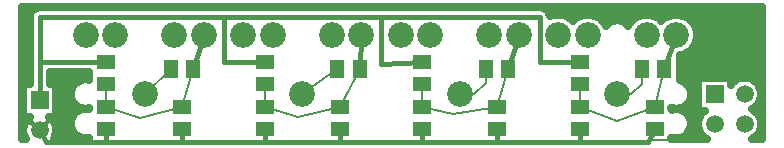
<source format=gbl>
G04 DipTrace 3.0.0.2*
G04 WellMonitor.gbl*
%MOIN*%
G04 #@! TF.FileFunction,Copper,L2,Bot*
G04 #@! TF.Part,Single*
G04 #@! TA.AperFunction,Conductor*
%ADD13C,0.015*%
%ADD14C,0.008*%
G04 #@! TA.AperFunction,CopperBalancing*
%ADD15C,0.025*%
%ADD16C,0.013*%
%ADD18R,0.059055X0.051181*%
G04 #@! TA.AperFunction,ComponentPad*
%ADD19C,0.086*%
%ADD20R,0.059055X0.059055*%
%ADD21C,0.059055*%
%ADD22R,0.051181X0.059055*%
%FSLAX26Y26*%
G04*
G70*
G90*
G75*
G01*
G04 Bottom*
%LPD*%
X493701Y565701D2*
D13*
Y693103D1*
Y841725D1*
X1108155D1*
X1631362D1*
X2161698D1*
Y693103D1*
X2293701D1*
X1631362Y841725D2*
Y686774D1*
X1768701Y693103D1*
X1108155Y841725D2*
Y693103D1*
X1243701D1*
X713701D2*
X493701D1*
X2056017Y670701D2*
X2090551Y782551D1*
X1768701Y618299D2*
D14*
Y543103D1*
X1872297Y521205D1*
X2018701Y543103D1*
X2056017Y670701D1*
X1561184D2*
D13*
X1565551Y782551D1*
X1243701Y618299D2*
D14*
Y543103D1*
X1353814Y510575D1*
X1493701Y543103D1*
X1561184Y670701D1*
X2575729D2*
D13*
X2615551Y782551D1*
X2293701Y618299D2*
D14*
Y543103D1*
X2419125Y497584D1*
X2543701Y543103D1*
X2575729Y670701D1*
X843701Y585701D2*
X931499Y670701D1*
X1368701Y585701D2*
X1486381Y670701D1*
X1893701Y585701D2*
X1942954D1*
X1981214Y623961D1*
Y670701D1*
X2418701Y585701D2*
X2465408D1*
X2500925Y621218D1*
Y670701D1*
X493701Y465701D2*
D13*
X514086Y425540D1*
X713701D1*
X968701D1*
X1243701D1*
X1493701D1*
X1768701D1*
X2018701D1*
X2293701D1*
X2521877D1*
X2524919Y431499D1*
X2543701Y468299D1*
X2293701D2*
Y425540D1*
X2018701Y468299D2*
Y425540D1*
X1768701Y468299D2*
Y425540D1*
X1493701Y468299D2*
Y425540D1*
X1243701Y468299D2*
Y425540D1*
X968701Y468299D2*
Y425540D1*
X713701Y468299D2*
Y425540D1*
X2524919Y431499D2*
D14*
X2680364D1*
Y885324D1*
X456723Y876750D1*
X433857Y503761D1*
X493701Y465701D1*
X1006302Y670701D2*
D13*
X1040551Y782551D1*
X713701Y618299D2*
D14*
Y543103D1*
X828246Y505851D1*
X968701Y543103D1*
X1006302Y670701D1*
X438725Y851331D2*
D15*
X459653D1*
X2195757D2*
X2898716D1*
X438725Y826462D2*
X458262D1*
X2375347D2*
X2394175D1*
X2443218D2*
X2462046D1*
X2670610D2*
X2898716D1*
X438725Y801593D2*
X458262D1*
X2683843D2*
X2898716D1*
X438725Y776725D2*
X458262D1*
X2686284D2*
X2898716D1*
X438725Y751856D2*
X458262D1*
X2679302D2*
X2898716D1*
X438725Y726987D2*
X458262D1*
X2658110D2*
X2898716D1*
X438725Y702118D2*
X458262D1*
X2629302D2*
X2898716D1*
X438725Y677250D2*
X458262D1*
X2629302D2*
X2898716D1*
X438725Y652381D2*
X458262D1*
X529204D2*
X656186D1*
X2629302D2*
X2898716D1*
X438725Y627512D2*
X458262D1*
X529204D2*
X618589D1*
X2643852D2*
X2686167D1*
X2881987D2*
X2898716D1*
X551225Y602643D2*
X598227D1*
X2664165D2*
X2686167D1*
X551225Y577775D2*
X595884D1*
X2666509D2*
X2686167D1*
X551225Y552906D2*
X607798D1*
X2654643D2*
X2686167D1*
X551225Y528037D2*
X616929D1*
X2645464D2*
X2706040D1*
X2881352D2*
X2898716D1*
X536479Y503168D2*
X597886D1*
X2664555D2*
X2688999D1*
X549761Y478299D2*
X596079D1*
X2666362D2*
X2686655D1*
X549858Y453431D2*
X608725D1*
X2653667D2*
X2696616D1*
X2598729Y441118D2*
Y436196D1*
X2600372Y440558D1*
X2611201Y436201D1*
X2719648D1*
X2711357Y441183D1*
X2704791Y446791D1*
X2699183Y453357D1*
X2694671Y460719D1*
X2691367Y468697D1*
X2689351Y477093D1*
X2688673Y485701D1*
X2689351Y494309D1*
X2691367Y502705D1*
X2694671Y510683D1*
X2699183Y518045D1*
X2704791Y524611D1*
X2712044Y530679D1*
X2688674Y530673D1*
Y640728D1*
X2798729D1*
Y617437D1*
X2804791Y624611D1*
X2811357Y630219D1*
X2818719Y634731D1*
X2826697Y638035D1*
X2835093Y640051D1*
X2843701Y640729D1*
X2852309Y640051D1*
X2860705Y638035D1*
X2868683Y634731D1*
X2876045Y630219D1*
X2882611Y624611D1*
X2888219Y618045D1*
X2892731Y610683D1*
X2896035Y602705D1*
X2898051Y594309D1*
X2898729Y585701D1*
X2898051Y577093D1*
X2896035Y568697D1*
X2892731Y560719D1*
X2888219Y553357D1*
X2882611Y546791D1*
X2876045Y541183D1*
X2868683Y536671D1*
X2866614Y535717D1*
X2872453Y532620D1*
X2879439Y527544D1*
X2885544Y521439D1*
X2890620Y514453D1*
X2894540Y506759D1*
X2897208Y498547D1*
X2898559Y490018D1*
Y481384D1*
X2897208Y472855D1*
X2894540Y464643D1*
X2890620Y456949D1*
X2885544Y449963D1*
X2879439Y443858D1*
X2872453Y438782D1*
X2867625Y436184D1*
X2901202Y436201D1*
Y876200D1*
X436202D1*
X436201Y436201D1*
X447285D1*
X443360Y443480D1*
X440807Y450526D1*
X439236Y457854D1*
X438675Y465327D1*
X439134Y472807D1*
X440606Y480155D1*
X443062Y487235D1*
X446458Y493916D1*
X450729Y500074D1*
X455798Y505594D1*
X462013Y510677D1*
X438674Y510673D1*
Y620728D1*
X460695D1*
X460803Y844314D1*
X462316Y851922D1*
X465564Y858967D1*
X470366Y865059D1*
X476458Y869862D1*
X483503Y873109D1*
X491112Y874623D1*
X606201Y874725D1*
X2164288Y874623D1*
X2171896Y873110D1*
X2178941Y869862D1*
X2185033Y865059D1*
X2189836Y858967D1*
X2193083Y851922D1*
X2194339Y846495D1*
X2195637Y845837D1*
X2205860Y849159D1*
X2216476Y850840D1*
X2227225D1*
X2237842Y849159D1*
X2248064Y845837D1*
X2257642Y840957D1*
X2266338Y834639D1*
X2271043Y830171D1*
X2280013Y837969D1*
X2289177Y843585D1*
X2299108Y847699D1*
X2309560Y850208D1*
X2320276Y851051D1*
X2330992Y850208D1*
X2341443Y847699D1*
X2351374Y843585D1*
X2360539Y837969D1*
X2368713Y830988D1*
X2375693Y822815D1*
X2381053Y814108D1*
X2386799Y819904D1*
X2393035Y824435D1*
X2399903Y827934D1*
X2407234Y830316D1*
X2414847Y831522D1*
X2422555D1*
X2430168Y830316D1*
X2437499Y827934D1*
X2444367Y824435D1*
X2450603Y819904D1*
X2456324Y814110D1*
X2461709Y822815D1*
X2468689Y830988D1*
X2476863Y837969D1*
X2486028Y843585D1*
X2495959Y847699D1*
X2506410Y850208D1*
X2517126Y851051D1*
X2527842Y850208D1*
X2538294Y847699D1*
X2548225Y843585D1*
X2557389Y837969D1*
X2565563Y830988D1*
X2566319Y830171D1*
X2575288Y837969D1*
X2584453Y843585D1*
X2594384Y847699D1*
X2604836Y850208D1*
X2615551Y851051D1*
X2626267Y850208D1*
X2636719Y847699D1*
X2646650Y843585D1*
X2655815Y837969D1*
X2663988Y830988D1*
X2670969Y822815D1*
X2676585Y813650D1*
X2680699Y803719D1*
X2683208Y793267D1*
X2684051Y782551D1*
X2683208Y771836D1*
X2680699Y761384D1*
X2676585Y751453D1*
X2670969Y742288D1*
X2663988Y734115D1*
X2655815Y727134D1*
X2646650Y721517D1*
X2636719Y717404D1*
X2626824Y715005D1*
X2627019Y633466D1*
X2634350Y631084D1*
X2641218Y627584D1*
X2647454Y623054D1*
X2652904Y617603D1*
X2657435Y611367D1*
X2660934Y604499D1*
X2663316Y597168D1*
X2664522Y589555D1*
Y581847D1*
X2663316Y574234D1*
X2660934Y566903D1*
X2657435Y560035D1*
X2652904Y553799D1*
X2647454Y548348D1*
X2641218Y543818D1*
X2634350Y540318D1*
X2627019Y537936D1*
X2619405Y536730D1*
X2611697D1*
X2604084Y537936D1*
X2598718Y539593D1*
X2600372Y533994D1*
X2607867Y535793D1*
X2615551Y536398D1*
X2623236Y535793D1*
X2630731Y533994D1*
X2637852Y531044D1*
X2644425Y527016D1*
X2650286Y522010D1*
X2655292Y516149D1*
X2659319Y509577D1*
X2662269Y502455D1*
X2664069Y494960D1*
X2664673Y487276D1*
X2664069Y479591D1*
X2662269Y472096D1*
X2659319Y464975D1*
X2655292Y458403D1*
X2650286Y452541D1*
X2644425Y447535D1*
X2637852Y443508D1*
X2630731Y440558D1*
X2623236Y438759D1*
X2615551Y438154D1*
X2607867Y438759D1*
X2600372Y440558D1*
X658680Y538038D2*
X650705Y536730D1*
X642997D1*
X635383Y537936D1*
X628052Y540318D1*
X621184Y543818D1*
X614948Y548348D1*
X609498Y553799D1*
X604967Y560035D1*
X601468Y566903D1*
X599086Y574234D1*
X597880Y581847D1*
Y589555D1*
X599086Y597168D1*
X601468Y604499D1*
X604967Y611367D1*
X609498Y617603D1*
X614948Y623054D1*
X621184Y627584D1*
X628052Y631084D1*
X635383Y633466D1*
X642997Y634672D1*
X650705D1*
X658680Y633364D1*
X658674Y660129D1*
X526640Y660103D1*
X526701Y620690D1*
X548729Y620728D1*
Y510673D1*
X525438D1*
X532590Y504632D1*
X537519Y498987D1*
X541636Y492725D1*
X544863Y485961D1*
X547141Y478822D1*
X548429Y471439D1*
X548672Y463202D1*
X547822Y455756D1*
X545969Y448494D1*
X543147Y441552D1*
X540126Y436186D1*
X658711Y436201D1*
X658674Y439601D1*
X650705Y438305D1*
X642997D1*
X635383Y439511D1*
X628052Y441893D1*
X621184Y445392D1*
X614948Y449923D1*
X609498Y455374D1*
X604967Y461610D1*
X601468Y468478D1*
X599086Y475808D1*
X597880Y483422D1*
Y491130D1*
X599086Y498743D1*
X601468Y506074D1*
X604967Y512942D1*
X609498Y519178D1*
X614948Y524629D1*
X621184Y529159D1*
X628052Y532659D1*
X635383Y535041D1*
X642997Y536246D1*
X650705D1*
X658680Y534938D1*
X454825Y504577D2*
D16*
X493701Y465701D1*
X532577Y504577D2*
X493701Y465701D1*
D18*
X968701Y543103D3*
Y468299D3*
X1493701Y543103D3*
Y468299D3*
X2018701Y543103D3*
Y468299D3*
X2543701Y543103D3*
Y468299D3*
D19*
X843701Y585701D3*
X745276Y782551D3*
X646851D3*
X942126D3*
X1040551D3*
X1368701Y585701D3*
X1270276Y782551D3*
X1171851D3*
X1467126D3*
X1565551D3*
X1893701Y585701D3*
X1795276Y782551D3*
X1696851D3*
X1992126D3*
X2090551D3*
X2418701Y585701D3*
X2320276Y782551D3*
X2221851D3*
X2517126D3*
X2615551D3*
D20*
X493701Y565701D3*
D21*
Y465701D3*
D20*
X2743701Y585701D3*
D21*
X2843701D3*
X2743701Y485701D3*
X2843701D3*
D22*
X1006302Y670701D3*
X931499D3*
D18*
X713701Y468299D3*
Y543103D3*
Y618299D3*
Y693103D3*
D22*
X1561184Y670701D3*
X1486381D3*
X2056017D3*
X1981214D3*
X2575729D3*
X2500925D3*
D18*
X1243701Y618299D3*
Y693103D3*
Y468299D3*
Y543103D3*
X1768701Y618299D3*
Y693103D3*
Y468299D3*
Y543103D3*
X2293701Y618299D3*
Y693103D3*
Y468299D3*
Y543103D3*
M02*

</source>
